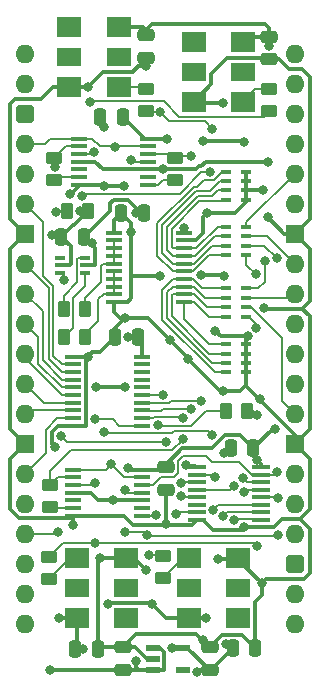
<source format=gtl>
%TF.GenerationSoftware,KiCad,Pcbnew,8.0.7*%
%TF.CreationDate,2025-01-06T14:37:13+02:00*%
%TF.ProjectId,Video Clock,56696465-6f20-4436-9c6f-636b2e6b6963,V1*%
%TF.SameCoordinates,Original*%
%TF.FileFunction,Copper,L1,Top*%
%TF.FilePolarity,Positive*%
%FSLAX46Y46*%
G04 Gerber Fmt 4.6, Leading zero omitted, Abs format (unit mm)*
G04 Created by KiCad (PCBNEW 8.0.7) date 2025-01-06 14:37:13*
%MOMM*%
%LPD*%
G01*
G04 APERTURE LIST*
G04 Aperture macros list*
%AMRoundRect*
0 Rectangle with rounded corners*
0 $1 Rounding radius*
0 $2 $3 $4 $5 $6 $7 $8 $9 X,Y pos of 4 corners*
0 Add a 4 corners polygon primitive as box body*
4,1,4,$2,$3,$4,$5,$6,$7,$8,$9,$2,$3,0*
0 Add four circle primitives for the rounded corners*
1,1,$1+$1,$2,$3*
1,1,$1+$1,$4,$5*
1,1,$1+$1,$6,$7*
1,1,$1+$1,$8,$9*
0 Add four rect primitives between the rounded corners*
20,1,$1+$1,$2,$3,$4,$5,0*
20,1,$1+$1,$4,$5,$6,$7,0*
20,1,$1+$1,$6,$7,$8,$9,0*
20,1,$1+$1,$8,$9,$2,$3,0*%
G04 Aperture macros list end*
%TA.AperFunction,SMDPad,CuDef*%
%ADD10RoundRect,0.250000X0.250000X0.475000X-0.250000X0.475000X-0.250000X-0.475000X0.250000X-0.475000X0*%
%TD*%
%TA.AperFunction,SMDPad,CuDef*%
%ADD11RoundRect,0.250000X-0.475000X0.250000X-0.475000X-0.250000X0.475000X-0.250000X0.475000X0.250000X0*%
%TD*%
%TA.AperFunction,SMDPad,CuDef*%
%ADD12RoundRect,0.250000X0.475000X-0.250000X0.475000X0.250000X-0.475000X0.250000X-0.475000X-0.250000X0*%
%TD*%
%TA.AperFunction,SMDPad,CuDef*%
%ADD13R,2.000000X1.800000*%
%TD*%
%TA.AperFunction,SMDPad,CuDef*%
%ADD14R,2.000000X1.600000*%
%TD*%
%TA.AperFunction,SMDPad,CuDef*%
%ADD15RoundRect,0.250000X-0.262500X-0.450000X0.262500X-0.450000X0.262500X0.450000X-0.262500X0.450000X0*%
%TD*%
%TA.AperFunction,SMDPad,CuDef*%
%ADD16R,1.150000X0.600000*%
%TD*%
%TA.AperFunction,SMDPad,CuDef*%
%ADD17R,0.900000X0.450000*%
%TD*%
%TA.AperFunction,SMDPad,CuDef*%
%ADD18R,1.475000X0.450000*%
%TD*%
%TA.AperFunction,SMDPad,CuDef*%
%ADD19RoundRect,0.250000X-0.250000X-0.475000X0.250000X-0.475000X0.250000X0.475000X-0.250000X0.475000X0*%
%TD*%
%TA.AperFunction,SMDPad,CuDef*%
%ADD20RoundRect,0.250000X0.450000X-0.262500X0.450000X0.262500X-0.450000X0.262500X-0.450000X-0.262500X0*%
%TD*%
%TA.AperFunction,SMDPad,CuDef*%
%ADD21RoundRect,0.250000X-0.450000X0.262500X-0.450000X-0.262500X0.450000X-0.262500X0.450000X0.262500X0*%
%TD*%
%TA.AperFunction,SMDPad,CuDef*%
%ADD22R,1.525000X0.430000*%
%TD*%
%TA.AperFunction,SMDPad,CuDef*%
%ADD23R,0.950000X0.450000*%
%TD*%
%TA.AperFunction,ComponentPad*%
%ADD24O,1.600000X1.600000*%
%TD*%
%TA.AperFunction,ComponentPad*%
%ADD25RoundRect,0.400000X-0.400000X-0.400000X0.400000X-0.400000X0.400000X0.400000X-0.400000X0.400000X0*%
%TD*%
%TA.AperFunction,ComponentPad*%
%ADD26R,1.600000X1.600000*%
%TD*%
%TA.AperFunction,SMDPad,CuDef*%
%ADD27R,0.875000X0.450000*%
%TD*%
%TA.AperFunction,ViaPad*%
%ADD28C,0.800000*%
%TD*%
%TA.AperFunction,Conductor*%
%ADD29C,0.380000*%
%TD*%
%TA.AperFunction,Conductor*%
%ADD30C,0.200000*%
%TD*%
G04 APERTURE END LIST*
D10*
%TO.P,C4,1*%
%TO.N,/3.3V*%
X9570000Y-24003000D03*
%TO.P,C4,2*%
%TO.N,GND*%
X7670000Y-24003000D03*
%TD*%
D11*
%TO.P,C7,1*%
%TO.N,/3.3V*%
X11938000Y-35007000D03*
%TO.P,C7,2*%
%TO.N,GND*%
X11938000Y-36907000D03*
%TD*%
D12*
%TO.P,C10,1*%
%TO.N,/3.3V*%
X15637200Y-52155600D03*
%TO.P,C10,2*%
%TO.N,GND*%
X15637200Y-50255600D03*
%TD*%
D13*
%TO.P,Y2,1,E/D*%
%TO.N,unconnected-(Y2-E{slash}D-Pad1)*%
X3742000Y2286000D03*
D14*
%TO.P,Y2,2,NC*%
%TO.N,unconnected-(Y2-NC-Pad2)*%
X3742000Y-254000D03*
D13*
%TO.P,Y2,3,GND*%
%TO.N,GND*%
X3742000Y-2794000D03*
%TO.P,Y2,4,OUT*%
%TO.N,Net-(Y2-OUT)*%
X7942000Y-2794000D03*
D14*
%TO.P,Y2,5,OUT2*%
%TO.N,unconnected-(Y2-OUT2-Pad5)*%
X7942000Y-254000D03*
D13*
%TO.P,Y2,6,3V*%
%TO.N,/3.3V*%
X7942000Y2286000D03*
%TD*%
D15*
%TO.P,R10,1*%
%TO.N,Net-(IC6-~{2Q})*%
X16994500Y-30216000D03*
%TO.P,R10,2*%
%TO.N,/37.125MHz*%
X18819500Y-30216000D03*
%TD*%
D16*
%TO.P,IC11,1,6VIn*%
%TO.N,5V*%
X10811200Y-50271600D03*
%TO.P,IC11,2,GND*%
%TO.N,GND*%
X10811200Y-51221600D03*
%TO.P,IC11,3,EN*%
%TO.N,5V*%
X10811200Y-52171600D03*
%TO.P,IC11,4,ADJ*%
%TO.N,unconnected-(IC11-ADJ-Pad4)*%
X13411200Y-52171600D03*
%TO.P,IC11,5,3.3VOut*%
%TO.N,/3.3V*%
X13411200Y-50271600D03*
%TD*%
D17*
%TO.P,RN2,1,R1*%
%TO.N,Net-(IC3-Y0)*%
X17057000Y-14655800D03*
%TO.P,RN2,2,R2*%
%TO.N,Net-(IC3-Y1)*%
X17057000Y-15455800D03*
%TO.P,RN2,3,R3*%
%TO.N,Net-(IC3-Y2)*%
X17057000Y-16255800D03*
%TO.P,RN2,4,R4*%
%TO.N,Net-(IC3-Y3)*%
X17057000Y-17055800D03*
%TO.P,RN2,5,R4*%
%TO.N,Pixel CLK_{3}*%
X18757000Y-17055800D03*
%TO.P,RN2,6,R3*%
%TO.N,Pixel CLK_{2}*%
X18757000Y-16255800D03*
%TO.P,RN2,7,R2*%
%TO.N,Pixel CLK_{1}*%
X18757000Y-15455800D03*
%TO.P,RN2,8,R1*%
%TO.N,Pixel CLK_{0}*%
X18757000Y-14655800D03*
%TD*%
D13*
%TO.P,Y3,1,E/D*%
%TO.N,unconnected-(Y3-E{slash}D-Pad1)*%
X8577000Y-47752000D03*
D14*
%TO.P,Y3,2,NC*%
%TO.N,unconnected-(Y3-NC-Pad2)*%
X8577000Y-45212000D03*
D13*
%TO.P,Y3,3,GND*%
%TO.N,GND*%
X8577000Y-42672000D03*
%TO.P,Y3,4,OUT*%
%TO.N,Net-(Y3-OUT)*%
X4377000Y-42672000D03*
D14*
%TO.P,Y3,5,OUT2*%
%TO.N,unconnected-(Y3-OUT2-Pad5)*%
X4377000Y-45212000D03*
D13*
%TO.P,Y3,6,3V*%
%TO.N,/3.3V*%
X4377000Y-47752000D03*
%TD*%
D18*
%TO.P,IC1,1,~{OE}*%
%TO.N,GND*%
X4047000Y-25650000D03*
%TO.P,IC1,2,D0*%
%TO.N,D7*%
X4047000Y-26300000D03*
%TO.P,IC1,3,D1*%
%TO.N,D6*%
X4047000Y-26950000D03*
%TO.P,IC1,4,D2*%
%TO.N,D5*%
X4047000Y-27600000D03*
%TO.P,IC1,5,D3*%
%TO.N,D4*%
X4047000Y-28250000D03*
%TO.P,IC1,6,D4*%
%TO.N,D3*%
X4047000Y-28900000D03*
%TO.P,IC1,7,D5*%
%TO.N,D2*%
X4047000Y-29550000D03*
%TO.P,IC1,8,D6*%
%TO.N,D1*%
X4047000Y-30200000D03*
%TO.P,IC1,9,D7*%
%TO.N,D0*%
X4047000Y-30850000D03*
%TO.P,IC1,10,GND*%
%TO.N,GND*%
X4047000Y-31500000D03*
%TO.P,IC1,11,CP*%
%TO.N,Write Clock Select*%
X9923000Y-31500000D03*
%TO.P,IC1,12,Q7*%
%TO.N,/S0*%
X9923000Y-30850000D03*
%TO.P,IC1,13,Q6*%
%TO.N,/S1*%
X9923000Y-30200000D03*
%TO.P,IC1,14,Q5*%
%TO.N,/S2*%
X9923000Y-29550000D03*
%TO.P,IC1,15,Q4*%
%TO.N,/~{OE}*%
X9923000Y-28900000D03*
%TO.P,IC1,16,Q3*%
%TO.N,unconnected-(IC1-Q3-Pad16)*%
X9923000Y-28250000D03*
%TO.P,IC1,17,Q2*%
%TO.N,unconnected-(IC1-Q2-Pad17)*%
X9923000Y-27600000D03*
%TO.P,IC1,18,Q1*%
%TO.N,unconnected-(IC1-Q1-Pad18)*%
X9923000Y-26950000D03*
%TO.P,IC1,19,Q0*%
%TO.N,unconnected-(IC1-Q0-Pad19)*%
X9923000Y-26300000D03*
%TO.P,IC1,20,3V*%
%TO.N,/3.3V*%
X9923000Y-25650000D03*
%TD*%
D19*
%TO.P,C5,1*%
%TO.N,/3.3V*%
X4273000Y-50419000D03*
%TO.P,C5,2*%
%TO.N,GND*%
X6173000Y-50419000D03*
%TD*%
D20*
%TO.P,R8,1*%
%TO.N,Net-(IC6-~{1Q})*%
X2149000Y-38377500D03*
%TO.P,R8,2*%
%TO.N,/32.5MHz*%
X2149000Y-36552500D03*
%TD*%
D21*
%TO.P,R1,1*%
%TO.N,Net-(Y1-OUT)*%
X20711000Y-3024500D03*
%TO.P,R1,2*%
%TO.N,/25.175MHz*%
X20711000Y-4849500D03*
%TD*%
D22*
%TO.P,IC4,1,I3*%
%TO.N,/32.5MHz*%
X14560000Y-34989000D03*
%TO.P,IC4,2,I2*%
%TO.N,/25.175MHz*%
X14560000Y-35623000D03*
%TO.P,IC4,3,I1*%
%TO.N,/20MHZ*%
X14560000Y-36259000D03*
%TO.P,IC4,4,I0*%
%TO.N,/12.588MHz*%
X14560000Y-36893000D03*
%TO.P,IC4,5,Y*%
%TO.N,/Pixel CLK _{IN}*%
X14560000Y-37529000D03*
%TO.P,IC4,6,NC*%
%TO.N,unconnected-(IC4-NC-Pad6)*%
X14560000Y-38163000D03*
%TO.P,IC4,7,~{OE}*%
%TO.N,/~{OE}*%
X14560000Y-38799000D03*
%TO.P,IC4,8,GND*%
%TO.N,GND*%
X14560000Y-39433000D03*
%TO.P,IC4,9,S2*%
%TO.N,/S2*%
X19984000Y-39433000D03*
%TO.P,IC4,10,S1*%
%TO.N,/S1*%
X19984000Y-38799000D03*
%TO.P,IC4,11,S0*%
%TO.N,/S0*%
X19984000Y-38163000D03*
%TO.P,IC4,12,I7*%
%TO.N,/74.25MHz*%
X19984000Y-37529000D03*
%TO.P,IC4,13,I6*%
%TO.N,/65MHZ*%
X19984000Y-36893000D03*
%TO.P,IC4,14,I5*%
%TO.N,/40MHZ*%
X19984000Y-36259000D03*
%TO.P,IC4,15,I4*%
%TO.N,/37.125MHz*%
X19984000Y-35623000D03*
%TO.P,IC4,16,3V*%
%TO.N,/3.3V*%
X19984000Y-34989000D03*
%TD*%
D23*
%TO.P,CN1,1,1*%
%TO.N,Net-(IC3-Y7)*%
X17057000Y-24581000D03*
%TO.P,CN1,2,2*%
%TO.N,Net-(IC3-Y6)*%
X17057000Y-25381000D03*
%TO.P,CN1,3,3*%
%TO.N,Net-(IC3-Y5)*%
X17057000Y-26181000D03*
%TO.P,CN1,4,4*%
%TO.N,Net-(IC3-Y4)*%
X17057000Y-26981000D03*
%TO.P,CN1,5,5*%
%TO.N,GND*%
X18757000Y-26981000D03*
%TO.P,CN1,6,6*%
X18757000Y-26181000D03*
%TO.P,CN1,7,7*%
X18757000Y-25381000D03*
%TO.P,CN1,8,8*%
X18757000Y-24581000D03*
%TD*%
D20*
%TO.P,R9,1*%
%TO.N,Net-(Y4-OUT)*%
X11674000Y-44346500D03*
%TO.P,R9,2*%
%TO.N,/74.25MHz*%
X11674000Y-42521500D03*
%TD*%
D10*
%TO.P,C11,1*%
%TO.N,/3.3V*%
X4998000Y-15494000D03*
%TO.P,C11,2*%
%TO.N,GND*%
X3098000Y-15494000D03*
%TD*%
D17*
%TO.P,RN1,1,R1*%
%TO.N,Net-(IC3-Y4)*%
X17057000Y-19862800D03*
%TO.P,RN1,2,R2*%
%TO.N,Net-(IC3-Y5)*%
X17057000Y-20662800D03*
%TO.P,RN1,3,R3*%
%TO.N,Net-(IC3-Y6)*%
X17057000Y-21462800D03*
%TO.P,RN1,4,R4*%
%TO.N,Net-(IC3-Y7)*%
X17057000Y-22262800D03*
%TO.P,RN1,5,R4*%
%TO.N,~{Pixel CLK}_{3}*%
X18757000Y-22262800D03*
%TO.P,RN1,6,R3*%
%TO.N,~{Pixel CLK}_{2}*%
X18757000Y-21462800D03*
%TO.P,RN1,7,R2*%
%TO.N,~{Pixel CLK}_{1}*%
X18757000Y-20662800D03*
%TO.P,RN1,8,R1*%
%TO.N,~{Pixel CLK}_{0}*%
X18757000Y-19862800D03*
%TD*%
D21*
%TO.P,R3,1*%
%TO.N,Net-(Y2-OUT)*%
X10297000Y-3024500D03*
%TO.P,R3,2*%
%TO.N,/40MHZ*%
X10297000Y-4849500D03*
%TD*%
D10*
%TO.P,C1,1*%
%TO.N,/3.3V*%
X10078000Y-13462000D03*
%TO.P,C1,2*%
%TO.N,GND*%
X8178000Y-13462000D03*
%TD*%
D20*
%TO.P,R4,1*%
%TO.N,Net-(IC2-~{2Q})*%
X12690000Y-10691500D03*
%TO.P,R4,2*%
%TO.N,/20MHZ*%
X12690000Y-8866500D03*
%TD*%
D13*
%TO.P,Y1,1,E/D*%
%TO.N,unconnected-(Y1-E{slash}D-Pad1)*%
X14283000Y1016000D03*
D14*
%TO.P,Y1,2,NC*%
%TO.N,unconnected-(Y1-NC-Pad2)*%
X14283000Y-1524000D03*
D13*
%TO.P,Y1,3,GND*%
%TO.N,GND*%
X14283000Y-4064000D03*
%TO.P,Y1,4,OUT*%
%TO.N,Net-(Y1-OUT)*%
X18483000Y-4064000D03*
D14*
%TO.P,Y1,5,OUT2*%
%TO.N,unconnected-(Y1-OUT2-Pad5)*%
X18483000Y-1524000D03*
D13*
%TO.P,Y1,6,3V*%
%TO.N,/3.3V*%
X18483000Y1016000D03*
%TD*%
%TO.P,Y4,1,E/D*%
%TO.N,unconnected-(Y4-E{slash}D-Pad1)*%
X18076604Y-47752000D03*
D14*
%TO.P,Y4,2,NC*%
%TO.N,unconnected-(Y4-NC-Pad2)*%
X18076604Y-45212000D03*
D13*
%TO.P,Y4,3,GND*%
%TO.N,GND*%
X18076604Y-42672000D03*
%TO.P,Y4,4,OUT*%
%TO.N,Net-(Y4-OUT)*%
X13876604Y-42672000D03*
D14*
%TO.P,Y4,5,OUT2*%
%TO.N,unconnected-(Y4-OUT2-Pad5)*%
X13876604Y-45212000D03*
D13*
%TO.P,Y4,6,3V*%
%TO.N,/3.3V*%
X13876604Y-47752000D03*
%TD*%
D20*
%TO.P,R7,1*%
%TO.N,Net-(Y3-OUT)*%
X2022000Y-44473500D03*
%TO.P,R7,2*%
%TO.N,/65MHZ*%
X2022000Y-42648500D03*
%TD*%
D11*
%TO.P,C2,1*%
%TO.N,/3.3V*%
X10287000Y1569000D03*
%TO.P,C2,2*%
%TO.N,GND*%
X10287000Y-331000D03*
%TD*%
D15*
%TO.P,R11,1*%
%TO.N,/Pixel CLK _{IN}*%
X3532500Y-13325000D03*
%TO.P,R11,2*%
%TO.N,GND*%
X5357500Y-13325000D03*
%TD*%
%TO.P,R5,1*%
%TO.N,Net-(IC5-Y)*%
X3278500Y-21580000D03*
%TO.P,R5,2*%
%TO.N,/Pixel CLK*%
X5103500Y-21580000D03*
%TD*%
D11*
%TO.P,C3,1*%
%TO.N,/3.3V*%
X20701000Y1442000D03*
%TO.P,C3,2*%
%TO.N,GND*%
X20701000Y-458000D03*
%TD*%
D15*
%TO.P,R6,1*%
%TO.N,Net-(IC5-~{Y})*%
X3278500Y-23993000D03*
%TO.P,R6,2*%
%TO.N,/~{Pixel CLK}*%
X5103500Y-23993000D03*
%TD*%
D24*
%TO.P,J4,1,Pin_1*%
%TO.N,unconnected-(J4-Pin_1-Pad1)*%
X0Y0D03*
%TO.P,J4,2,Pin_2*%
%TO.N,unconnected-(J4-Pin_2-Pad2)*%
X0Y-2540000D03*
D25*
%TO.P,J4,3,Pin_3*%
%TO.N,5V*%
X0Y-5080000D03*
D24*
%TO.P,J4,4,Pin_4*%
%TO.N,~{Reset}*%
X0Y-7620000D03*
%TO.P,J4,5,Pin_5*%
%TO.N,unconnected-(J4-Pin_5-Pad5)*%
X0Y-10160000D03*
%TO.P,J4,6,Pin_6*%
%TO.N,D7*%
X0Y-12700000D03*
D26*
%TO.P,J4,7,Pin_7*%
%TO.N,GND*%
X0Y-15240000D03*
D24*
%TO.P,J4,8,Pin_8*%
%TO.N,D6*%
X0Y-17780000D03*
%TO.P,J4,9,Pin_9*%
%TO.N,D5*%
X0Y-20320000D03*
%TO.P,J4,10,Pin_10*%
%TO.N,D4*%
X0Y-22860000D03*
%TO.P,J4,11,Pin_11*%
%TO.N,D3*%
X0Y-25400000D03*
%TO.P,J4,12,Pin_12*%
%TO.N,D2*%
X0Y-27940000D03*
%TO.P,J4,13,Pin_13*%
%TO.N,D1*%
X0Y-30480000D03*
D26*
%TO.P,J4,14,Pin_14*%
%TO.N,GND*%
X0Y-33020000D03*
D24*
%TO.P,J4,15,Pin_15*%
%TO.N,D0*%
X0Y-35560000D03*
%TO.P,J4,16,Pin_16*%
%TO.N,unconnected-(J4-Pin_16-Pad16)*%
X0Y-38100000D03*
%TO.P,J4,17,Pin_17*%
%TO.N,Write Clock Select*%
X0Y-40640000D03*
%TO.P,J4,18,Pin_18*%
%TO.N,unconnected-(J4-Pin_18-Pad18)*%
X0Y-43180000D03*
%TO.P,J4,19,Pin_19*%
%TO.N,unconnected-(J4-Pin_19-Pad19)*%
X0Y-45720000D03*
%TO.P,J4,20,Pin_20*%
%TO.N,unconnected-(J4-Pin_20-Pad20)*%
X0Y-48260000D03*
%TO.P,J4,21,Pin_21*%
%TO.N,unconnected-(J4-Pin_21-Pad21)*%
X22860000Y-48260000D03*
%TO.P,J4,22,Pin_22*%
%TO.N,unconnected-(J4-Pin_22-Pad22)*%
X22860000Y-45720000D03*
D25*
%TO.P,J4,23,Pin_23*%
%TO.N,5V*%
X22860000Y-43180000D03*
D24*
%TO.P,J4,24,Pin_24*%
%TO.N,unconnected-(J4-Pin_24-Pad24)*%
X22860000Y-40640000D03*
%TO.P,J4,25,Pin_25*%
%TO.N,~{Pixel CLK}_{3}*%
X22860000Y-38100000D03*
%TO.P,J4,26,Pin_26*%
%TO.N,Pixel CLK_{3}*%
X22860000Y-35560000D03*
D26*
%TO.P,J4,27,Pin_27*%
%TO.N,GND*%
X22860000Y-33020000D03*
D24*
%TO.P,J4,28,Pin_28*%
%TO.N,~{Pixel CLK}_{2}*%
X22860000Y-30480000D03*
%TO.P,J4,29,Pin_29*%
%TO.N,Pixel CLK_{2}*%
X22860000Y-27940000D03*
%TO.P,J4,30,Pin_30*%
%TO.N,unconnected-(J4-Pin_30-Pad30)*%
X22860000Y-25400000D03*
%TO.P,J4,31,Pin_31*%
%TO.N,unconnected-(J4-Pin_31-Pad31)*%
X22860000Y-22860000D03*
%TO.P,J4,32,Pin_32*%
%TO.N,~{Pixel CLK}_{1}*%
X22860000Y-20320000D03*
%TO.P,J4,33,Pin_33*%
%TO.N,Pixel CLK_{1}*%
X22860000Y-17780000D03*
D26*
%TO.P,J4,34,Pin_34*%
%TO.N,GND*%
X22860000Y-15240000D03*
D24*
%TO.P,J4,35,Pin_35*%
%TO.N,~{Pixel CLK}_{0}*%
X22860000Y-12700000D03*
%TO.P,J4,36,Pin_36*%
%TO.N,Pixel CLK_{0}*%
X22860000Y-10160000D03*
%TO.P,J4,37,Pin_37*%
%TO.N,unconnected-(J4-Pin_37-Pad37)*%
X22860000Y-7620000D03*
%TO.P,J4,38,Pin_38*%
%TO.N,unconnected-(J4-Pin_38-Pad38)*%
X22860000Y-5080000D03*
%TO.P,J4,39,Pin_39*%
%TO.N,unconnected-(J4-Pin_39-Pad39)*%
X22860000Y-2540000D03*
%TO.P,J4,40,Pin_40*%
%TO.N,unconnected-(J4-Pin_40-Pad40)*%
X22860000Y0D03*
%TD*%
D18*
%TO.P,IC3,1,~{OE1}*%
%TO.N,GND*%
X7577600Y-15159800D03*
%TO.P,IC3,2,A0*%
%TO.N,/Pixel CLK*%
X7577600Y-15809800D03*
%TO.P,IC3,3,A1*%
X7577600Y-16459800D03*
%TO.P,IC3,4,A2*%
X7577600Y-17109800D03*
%TO.P,IC3,5,A3*%
X7577600Y-17759800D03*
%TO.P,IC3,6,A4*%
%TO.N,/~{Pixel CLK}*%
X7577600Y-18409800D03*
%TO.P,IC3,7,A5*%
X7577600Y-19059800D03*
%TO.P,IC3,8,A6*%
X7577600Y-19709800D03*
%TO.P,IC3,9,A7*%
X7577600Y-20359800D03*
%TO.P,IC3,10,GND*%
%TO.N,GND*%
X7577600Y-21009800D03*
%TO.P,IC3,11,Y7*%
%TO.N,Net-(IC3-Y7)*%
X13453600Y-21009800D03*
%TO.P,IC3,12,Y6*%
%TO.N,Net-(IC3-Y6)*%
X13453600Y-20359800D03*
%TO.P,IC3,13,Y5*%
%TO.N,Net-(IC3-Y5)*%
X13453600Y-19709800D03*
%TO.P,IC3,14,Y4*%
%TO.N,Net-(IC3-Y4)*%
X13453600Y-19059800D03*
%TO.P,IC3,15,Y3*%
%TO.N,Net-(IC3-Y3)*%
X13453600Y-18409800D03*
%TO.P,IC3,16,Y2*%
%TO.N,Net-(IC3-Y2)*%
X13453600Y-17759800D03*
%TO.P,IC3,17,Y1*%
%TO.N,Net-(IC3-Y1)*%
X13453600Y-17109800D03*
%TO.P,IC3,18,Y0*%
%TO.N,Net-(IC3-Y0)*%
X13453600Y-16459800D03*
%TO.P,IC3,19,~{OE2}*%
%TO.N,GND*%
X13453600Y-15809800D03*
%TO.P,IC3,20,3V*%
%TO.N,/3.3V*%
X13453600Y-15159800D03*
%TD*%
D12*
%TO.P,C9,1*%
%TO.N,5V*%
X8301200Y-52155600D03*
%TO.P,C9,2*%
%TO.N,GND*%
X8301200Y-50255600D03*
%TD*%
D10*
%TO.P,C8,1*%
%TO.N,/3.3V*%
X19349000Y-33401000D03*
%TO.P,C8,2*%
%TO.N,GND*%
X17449000Y-33401000D03*
%TD*%
D19*
%TO.P,C6,1*%
%TO.N,/3.3V*%
X17608000Y-50292000D03*
%TO.P,C6,2*%
%TO.N,GND*%
X19508000Y-50292000D03*
%TD*%
D27*
%TO.P,IC5,1,n.c.*%
%TO.N,unconnected-(IC5-n.c.-Pad1)*%
X3002000Y-17257000D03*
%TO.P,IC5,2,GND*%
%TO.N,GND*%
X3002000Y-17907000D03*
%TO.P,IC5,3,X1*%
%TO.N,/Pixel CLK _{IN}*%
X3002000Y-18557000D03*
%TO.P,IC5,4,~{Y}*%
%TO.N,Net-(IC5-~{Y})*%
X5126000Y-18557000D03*
%TO.P,IC5,5,3V*%
%TO.N,/3.3V*%
X5126000Y-17907000D03*
%TO.P,IC5,6,Y*%
%TO.N,Net-(IC5-Y)*%
X5126000Y-17257000D03*
%TD*%
D18*
%TO.P,IC6,1,~{1RD}*%
%TO.N,~{Reset}*%
X4047000Y-35210200D03*
%TO.P,IC6,2,1D*%
%TO.N,/32.5MHz*%
X4047000Y-35860200D03*
%TO.P,IC6,3,1CP*%
%TO.N,/65MHZ*%
X4047000Y-36510200D03*
%TO.P,IC6,4,~{1SD}*%
%TO.N,/3.3V*%
X4047000Y-37160200D03*
%TO.P,IC6,5,1Q*%
%TO.N,unconnected-(IC6-1Q-Pad5)*%
X4047000Y-37810200D03*
%TO.P,IC6,6,~{1Q}*%
%TO.N,Net-(IC6-~{1Q})*%
X4047000Y-38460200D03*
%TO.P,IC6,7,GND*%
%TO.N,GND*%
X4047000Y-39110200D03*
%TO.P,IC6,8,~{2Q}*%
%TO.N,Net-(IC6-~{2Q})*%
X9923000Y-39110200D03*
%TO.P,IC6,9,2Q*%
%TO.N,unconnected-(IC6-2Q-Pad9)*%
X9923000Y-38460200D03*
%TO.P,IC6,10,~{2SD}*%
%TO.N,/3.3V*%
X9923000Y-37810200D03*
%TO.P,IC6,11,2CP*%
%TO.N,/74.25MHz*%
X9923000Y-37160200D03*
%TO.P,IC6,12,2D*%
%TO.N,/37.125MHz*%
X9923000Y-36510200D03*
%TO.P,IC6,13,~{2RD}*%
%TO.N,~{Reset}*%
X9923000Y-35860200D03*
%TO.P,IC6,14,3V*%
%TO.N,/3.3V*%
X9923000Y-35210200D03*
%TD*%
D20*
%TO.P,R2,1*%
%TO.N,Net-(IC2-~{1Q})*%
X2489200Y-10691500D03*
%TO.P,R2,2*%
%TO.N,/12.588MHz*%
X2489200Y-8866500D03*
%TD*%
D10*
%TO.P,C12,1*%
%TO.N,/3.3V*%
X8300000Y-5334000D03*
%TO.P,C12,2*%
%TO.N,GND*%
X6400000Y-5334000D03*
%TD*%
D18*
%TO.P,IC2,1,~{1RD}*%
%TO.N,~{Reset}*%
X4555000Y-7194000D03*
%TO.P,IC2,2,1D*%
%TO.N,/12.588MHz*%
X4555000Y-7844000D03*
%TO.P,IC2,3,1CP*%
%TO.N,/25.175MHz*%
X4555000Y-8494000D03*
%TO.P,IC2,4,~{1SD}*%
%TO.N,/3.3V*%
X4555000Y-9144000D03*
%TO.P,IC2,5,1Q*%
%TO.N,unconnected-(IC2-1Q-Pad5)*%
X4555000Y-9794000D03*
%TO.P,IC2,6,~{1Q}*%
%TO.N,Net-(IC2-~{1Q})*%
X4555000Y-10444000D03*
%TO.P,IC2,7,GND*%
%TO.N,GND*%
X4555000Y-11094000D03*
%TO.P,IC2,8,~{2Q}*%
%TO.N,Net-(IC2-~{2Q})*%
X10431000Y-11094000D03*
%TO.P,IC2,9,2Q*%
%TO.N,unconnected-(IC2-2Q-Pad9)*%
X10431000Y-10444000D03*
%TO.P,IC2,10,~{2SD}*%
%TO.N,/3.3V*%
X10431000Y-9794000D03*
%TO.P,IC2,11,2CP*%
%TO.N,/40MHZ*%
X10431000Y-9144000D03*
%TO.P,IC2,12,2D*%
%TO.N,/20MHZ*%
X10431000Y-8494000D03*
%TO.P,IC2,13,~{2RD}*%
%TO.N,~{Reset}*%
X10431000Y-7844000D03*
%TO.P,IC2,14,3V*%
%TO.N,/3.3V*%
X10431000Y-7194000D03*
%TD*%
D23*
%TO.P,CN2,1,1*%
%TO.N,Net-(IC3-Y3)*%
X17057000Y-9976000D03*
%TO.P,CN2,2,2*%
%TO.N,Net-(IC3-Y2)*%
X17057000Y-10776000D03*
%TO.P,CN2,3,3*%
%TO.N,Net-(IC3-Y1)*%
X17057000Y-11576000D03*
%TO.P,CN2,4,4*%
%TO.N,Net-(IC3-Y0)*%
X17057000Y-12376000D03*
%TO.P,CN2,5,5*%
%TO.N,GND*%
X18757000Y-12376000D03*
%TO.P,CN2,6,6*%
X18757000Y-11576000D03*
%TO.P,CN2,7,7*%
X18757000Y-10776000D03*
%TO.P,CN2,8,8*%
X18757000Y-9976000D03*
%TD*%
D28*
%TO.N,/3.3V*%
X13489564Y-14724445D03*
X11684000Y-9779000D03*
X8509004Y-28194000D03*
X14605000Y-52324000D03*
X12477998Y-50275461D03*
X20574000Y-9143996D03*
X21209000Y-31750000D03*
X4953000Y-50419000D03*
X20701000Y641500D03*
X10795001Y-46608999D03*
X12074617Y-7203617D03*
X15367000Y-47752000D03*
X17018000Y-50010000D03*
X9398000Y-13462000D03*
X2921000Y-47752000D03*
X5981000Y-28194000D03*
X7045674Y-46574340D03*
X8701306Y-35072644D03*
X5715000Y-16002000D03*
X7493004Y-37810200D03*
X8769500Y-24003000D03*
X19685000Y-34417000D03*
%TO.N,GND*%
X6730998Y-6223000D03*
X4644500Y-13335000D03*
X19939000Y-29210000D03*
X15113000Y-49657000D03*
X11910000Y-39850000D03*
X18542000Y-40095000D03*
X2534812Y-33280226D03*
X16383000Y-42799000D03*
X20193000Y-11557000D03*
X9017001Y-15112999D03*
X16129000Y-23495000D03*
X16764000Y-4191000D03*
X14921000Y-18739492D03*
X20066000Y-44831000D03*
X8509000Y-22352000D03*
X15432000Y-13522525D03*
X5334000Y-2794000D03*
X6731000Y-11157000D03*
X18865717Y-23933466D03*
X16890990Y-18796000D03*
X2286000Y-15367000D03*
X18542000Y-7493000D03*
X5334000Y-25654000D03*
X3809766Y-11839234D03*
X16826000Y-33782000D03*
X16764000Y-28575000D03*
X15113000Y-7366000D03*
X11430000Y-18796000D03*
X10287000Y-1016000D03*
X13779500Y-25844500D03*
X6350000Y-42672000D03*
X20574000Y-13843000D03*
X4064000Y-39878000D03*
X8385000Y-11157000D03*
X12319000Y-24257000D03*
X20282583Y-21540583D03*
X10287000Y-43688000D03*
%TO.N,5V*%
X2138345Y-52176341D03*
X9410885Y-51422115D03*
%TO.N,~{Reset}*%
X7620000Y-7874000D03*
X7305984Y-34737984D03*
%TO.N,Write Clock Select*%
X5964500Y-30954995D03*
X2794000Y-40513000D03*
%TO.N,/~{OE}*%
X11684000Y-28890990D03*
X12827000Y-38989000D03*
%TO.N,/S2*%
X17743698Y-39492737D03*
X14922500Y-29400500D03*
%TO.N,/S1*%
X16785084Y-39160291D03*
X14094684Y-30102354D03*
%TO.N,/S0*%
X15928108Y-38623710D03*
X13387445Y-30809332D03*
%TO.N,/12.588MHz*%
X4863730Y-12001500D03*
X2540000Y-9579500D03*
X15686000Y-10012917D03*
X17681000Y-36592592D03*
%TO.N,/25.175MHz*%
X5537388Y-4114618D03*
X5887818Y-8354000D03*
X15863042Y-32242835D03*
X16101000Y-35814000D03*
X6731003Y-32003997D03*
%TO.N,/40MHZ*%
X8983368Y-9004000D03*
X15874990Y-6350000D03*
X18467080Y-35932073D03*
X11430000Y-4953000D03*
%TO.N,/20MHZ*%
X14097000Y-8633672D03*
X13208000Y-36321992D03*
%TO.N,/32.5MHz*%
X13663042Y-34798001D03*
X13359000Y-32629000D03*
%TO.N,/Pixel CLK _{IN}*%
X3048000Y-32357000D03*
X13208000Y-37465000D03*
X11959000Y-32852339D03*
X3302000Y-19177000D03*
X2616385Y-13385615D03*
%TO.N,/74.25MHz*%
X10541000Y-42418000D03*
X10341735Y-40721000D03*
X21467348Y-40783240D03*
X8509000Y-36957000D03*
X21409260Y-37639213D03*
X8509000Y-40513000D03*
%TO.N,/65MHZ*%
X5910752Y-36377494D03*
X18549503Y-37088283D03*
X5969000Y-41402000D03*
X19685000Y-41656000D03*
%TO.N,/37.125MHz*%
X19621505Y-30543505D03*
X21349022Y-35433000D03*
%TO.N,Net-(IC6-~{2Q})*%
X11120000Y-39088000D03*
X11276098Y-31421951D03*
%TO.N,~{Pixel CLK}_{3}*%
X19607000Y-23189823D03*
%TO.N,~{Pixel CLK}_{0}*%
X20320000Y-17526000D03*
%TO.N,Pixel CLK_{3}*%
X19570000Y-18669000D03*
%TO.N,Pixel CLK_{2}*%
X21345721Y-17326382D03*
%TD*%
D29*
%TO.N,GND*%
X6400000Y-5334000D02*
X6400000Y-5892002D01*
X6400000Y-5892002D02*
X6730998Y-6223000D01*
X6668000Y-11094000D02*
X6731000Y-11157000D01*
X8385000Y-11157000D02*
X6731000Y-11157000D01*
X4555000Y-11094000D02*
X6668000Y-11094000D01*
X22352000Y-1270000D02*
X21540000Y-458000D01*
X23432915Y-1270000D02*
X22352000Y-1270000D01*
X24130000Y-1967085D02*
X23432915Y-1270000D01*
X22860000Y-15240000D02*
X24130000Y-13970000D01*
X24130000Y-13970000D02*
X24130000Y-1967085D01*
X21540000Y-458000D02*
X20701000Y-458000D01*
X-1270000Y-16510000D02*
X-1270000Y-31750000D01*
X-1270000Y-31750000D02*
X0Y-33020000D01*
X0Y-15240000D02*
X-1270000Y-16510000D01*
X-1270000Y-38512915D02*
X-1270000Y-34290000D01*
X-1270000Y-34290000D02*
X0Y-33020000D01*
X-492915Y-39290000D02*
X-1270000Y-38512915D01*
X3867200Y-39290000D02*
X-492915Y-39290000D01*
X4047000Y-39110200D02*
X3867200Y-39290000D01*
D30*
%TO.N,/37.125MHz*%
X18819500Y-30216000D02*
X19294000Y-30216000D01*
X19294000Y-30216000D02*
X19621505Y-30543505D01*
D29*
%TO.N,/3.3V*%
X19349000Y-33401000D02*
X21000000Y-31750000D01*
X21000000Y-31750000D02*
X21209000Y-31750000D01*
%TO.N,GND*%
X20447000Y-44450000D02*
X20066000Y-44831000D01*
X23628115Y-44450000D02*
X20447000Y-44450000D01*
X24130000Y-40227085D02*
X24130000Y-43948115D01*
X23272915Y-39370000D02*
X24130000Y-40227085D01*
X24130000Y-43948115D02*
X23628115Y-44450000D01*
X24130000Y-38512915D02*
X23272915Y-39370000D01*
X24130000Y-34290000D02*
X24130000Y-38512915D01*
X22860000Y-33020000D02*
X24130000Y-34290000D01*
X24130000Y-31750000D02*
X24130000Y-22225000D01*
X24130000Y-22225000D02*
X23495000Y-21590000D01*
X20282583Y-21540583D02*
X20332000Y-21590000D01*
X24130000Y-16510000D02*
X24130000Y-20955000D01*
X20332000Y-21590000D02*
X23495000Y-21590000D01*
X23495000Y-21590000D02*
X24130000Y-20955000D01*
X24130000Y-31750000D02*
X22860000Y-33020000D01*
X22860000Y-15240000D02*
X24130000Y-16510000D01*
X2413000Y-2794000D02*
X3742000Y-2794000D01*
X1397000Y-3810000D02*
X2413000Y-2794000D01*
X-831615Y-3810000D02*
X1397000Y-3810000D01*
X-1270000Y-4248385D02*
X-831615Y-3810000D01*
X-1270000Y-13970000D02*
X-1270000Y-4248385D01*
X0Y-15240000D02*
X-1270000Y-13970000D01*
%TO.N,/3.3V*%
X13297699Y-33419000D02*
X15804106Y-33419000D01*
X8693097Y-12347000D02*
X9398000Y-13051903D01*
X7158014Y-46462000D02*
X10648002Y-46462000D01*
X19349000Y-34081000D02*
X19349000Y-33401000D01*
X20574000Y-9143996D02*
X15312391Y-9143996D01*
X4998000Y-15494000D02*
X7221000Y-13271000D01*
X15804106Y-33419000D02*
X16653042Y-32570064D01*
X7221000Y-12648964D02*
X7522964Y-12347000D01*
X10431000Y-9794000D02*
X11669000Y-9794000D01*
X14933470Y-9522917D02*
X14745438Y-9522917D01*
X15744400Y-52155600D02*
X17608000Y-50292000D01*
X19984000Y-34989000D02*
X19984000Y-34716000D01*
X14489356Y-9779000D02*
X11684000Y-9779000D01*
X10160000Y-7194000D02*
X8300000Y-5334000D01*
X10795000Y2540000D02*
X10287000Y2032000D01*
X17300000Y-50292000D02*
X17018000Y-50010000D01*
X15637200Y-52155600D02*
X14773400Y-52155600D01*
X7942000Y2286000D02*
X10033000Y2286000D01*
X12481859Y-50271600D02*
X12477998Y-50275461D01*
X13411200Y-50271600D02*
X12974400Y-50271600D01*
X15367000Y-47752000D02*
X13876604Y-47752000D01*
X11734800Y-35210200D02*
X9923000Y-35210200D01*
X5715000Y-16002000D02*
X5506000Y-16002000D01*
X9923000Y-25650000D02*
X9923000Y-24356000D01*
X20701000Y1442000D02*
X20701000Y2159000D01*
X10033000Y2286000D02*
X10287000Y2032000D01*
X11669000Y-9794000D02*
X11684000Y-9779000D01*
X6619000Y-9794000D02*
X10431000Y-9794000D01*
X16653042Y-32570064D02*
X16653042Y-32566861D01*
X13453600Y-15159800D02*
X13453600Y-14760409D01*
X7522964Y-12347000D02*
X8693097Y-12347000D01*
X16653042Y-32566861D02*
X16933903Y-32286000D01*
X20701000Y1442000D02*
X20701000Y641500D01*
X9923000Y-24356000D02*
X9570000Y-24003000D01*
X13453600Y-14760409D02*
X13489564Y-14724445D01*
X13876604Y-47752000D02*
X11938002Y-47752000D01*
X4273000Y-50419000D02*
X4953000Y-50419000D01*
X7221000Y-13271000D02*
X7221000Y-12648964D01*
X10648002Y-46462000D02*
X10795001Y-46608999D01*
X19984000Y-34716000D02*
X19685000Y-34417000D01*
X10078000Y-13462000D02*
X9398000Y-13462000D01*
X5715000Y-16211000D02*
X5715000Y-16002000D01*
X5576229Y-37160200D02*
X6226229Y-37810200D01*
X8769500Y-24003000D02*
X9570000Y-24003000D01*
X9923000Y-37810200D02*
X7493004Y-37810200D01*
X10431000Y-7194000D02*
X12065000Y-7194000D01*
X8838862Y-35210200D02*
X8701306Y-35072644D01*
X18234000Y-32286000D02*
X19349000Y-33401000D01*
X5953500Y-16449500D02*
X5715000Y-16211000D01*
X13753200Y-50271600D02*
X12974400Y-50271600D01*
X6226229Y-37810200D02*
X7493004Y-37810200D01*
X19685000Y-34417000D02*
X19349000Y-34081000D01*
X9923000Y-35210200D02*
X8838862Y-35210200D01*
X4555000Y-9144000D02*
X5969000Y-9144000D01*
X14773400Y-52155600D02*
X14605000Y-52324000D01*
X4047000Y-37160200D02*
X5576229Y-37160200D01*
X16933903Y-32286000D02*
X18234000Y-32286000D01*
X2921000Y-47752000D02*
X4377000Y-47752000D01*
X5943500Y-17907000D02*
X5953500Y-17897000D01*
X15312391Y-9143996D02*
X14933470Y-9522917D01*
X11938000Y-34778699D02*
X13297699Y-33419000D01*
X15637200Y-52155600D02*
X13753200Y-50271600D01*
X20320000Y2540000D02*
X10795000Y2540000D01*
X11938002Y-47752000D02*
X10795001Y-46608999D01*
X5126000Y-17907000D02*
X5943500Y-17907000D01*
X20701000Y1442000D02*
X18909000Y1442000D01*
X8509004Y-28194000D02*
X5981000Y-28194000D01*
X12974400Y-50271600D02*
X12481859Y-50271600D01*
X4377000Y-47752000D02*
X4377000Y-50315000D01*
X10287000Y2032000D02*
X10287000Y1569000D01*
X5953500Y-17897000D02*
X5953500Y-16449500D01*
X9398000Y-13051903D02*
X9398000Y-13462000D01*
X20701000Y2159000D02*
X20320000Y2540000D01*
X7045674Y-46574340D02*
X7158014Y-46462000D01*
X14745438Y-9522917D02*
X14489356Y-9779000D01*
X5506000Y-16002000D02*
X4998000Y-15494000D01*
X12065000Y-7194000D02*
X12074617Y-7203617D01*
X5969000Y-9144000D02*
X6619000Y-9794000D01*
%TO.N,GND*%
X2258000Y-33003414D02*
X2534812Y-33280226D01*
X16764000Y-28575000D02*
X18237348Y-28575000D01*
X3098000Y-15494000D02*
X3898500Y-16294500D01*
X9435800Y-49121000D02*
X14502600Y-49121000D01*
X4107250Y-14484750D02*
X3098000Y-15494000D01*
X5715000Y-25273000D02*
X6400000Y-25273000D01*
X7577600Y-21009800D02*
X8695100Y-21009800D01*
X7577600Y-15159800D02*
X7577600Y-14062400D01*
X16510000Y-28575000D02*
X13779500Y-25844500D01*
X3898500Y-16294500D02*
X3898500Y-17828000D01*
X21804500Y-39370000D02*
X21079500Y-40095000D01*
X14470719Y-15809800D02*
X15113000Y-15167519D01*
X6400000Y-25273000D02*
X7670000Y-24003000D01*
X11910000Y-39850000D02*
X11910000Y-36935000D01*
X21079500Y-40095000D02*
X18542000Y-40095000D01*
X18757000Y-12557500D02*
X18757000Y-12376000D01*
X2258000Y-32029771D02*
X2258000Y-33003414D01*
X18757000Y-10776000D02*
X18757000Y-11576000D01*
X5334000Y-25654000D02*
X5174500Y-25813500D01*
X5174500Y-25813500D02*
X5174500Y-31490000D01*
X16715800Y-49177000D02*
X15637200Y-50255600D01*
X3002000Y-17907000D02*
X3819500Y-17907000D01*
X15107500Y-39433000D02*
X15963500Y-40289000D01*
X7670000Y-24003000D02*
X7670000Y-23191000D01*
X18393000Y-49177000D02*
X16715800Y-49177000D01*
X7577600Y-21886400D02*
X7577600Y-21009800D01*
X11938000Y-39878000D02*
X14115000Y-39878000D01*
X3742000Y-2794000D02*
X5334000Y-2794000D01*
X10811200Y-51221600D02*
X10327600Y-51221600D01*
X18757000Y-26981000D02*
X18757000Y-26181000D01*
X6173000Y-50419000D02*
X6173000Y-42849000D01*
X8577000Y-42672000D02*
X6350000Y-42672000D01*
X21971000Y-15240000D02*
X20574000Y-13843000D01*
X11910000Y-39850000D02*
X11938000Y-39878000D01*
X22860000Y-33020000D02*
X22860000Y-32270058D01*
X9271000Y-42672000D02*
X10287000Y-43688000D01*
X8376200Y-39110200D02*
X4047000Y-39110200D01*
X9602000Y-1016000D02*
X9114000Y-1504000D01*
X20193000Y-11557000D02*
X18776000Y-11557000D01*
X15113000Y-13841525D02*
X15432000Y-13522525D01*
X11910000Y-39850000D02*
X11882000Y-39878000D01*
X4047000Y-31500000D02*
X2787771Y-31500000D01*
X19508000Y-50292000D02*
X19508000Y-46405000D01*
X13453600Y-15809800D02*
X14470719Y-15809800D01*
X16383000Y-42799000D02*
X17949604Y-42799000D01*
X16129000Y-23495000D02*
X16567466Y-23933466D01*
X19939000Y-29210000D02*
X19799942Y-29210000D01*
X18757000Y-25381000D02*
X18757000Y-24581000D01*
X11882000Y-39878000D02*
X9144000Y-39878000D01*
X18757000Y-24042183D02*
X18865717Y-23933466D01*
X3819500Y-17907000D02*
X3898500Y-17828000D01*
X10327600Y-51221600D02*
X9361600Y-50255600D01*
X19799942Y-29210000D02*
X18757000Y-28167058D01*
X15113000Y-15167519D02*
X15113000Y-13841525D01*
X4654500Y-13325000D02*
X4644500Y-13335000D01*
X4064000Y-39878000D02*
X4064000Y-39127200D01*
X9017001Y-18796000D02*
X9017001Y-15112999D01*
X15113000Y-49657000D02*
X15113000Y-49731400D01*
X18757000Y-28167058D02*
X18757000Y-28055348D01*
X22860000Y-32270058D02*
X19939000Y-29349058D01*
X9144000Y-39878000D02*
X8376200Y-39110200D01*
X8043200Y-22352000D02*
X7577600Y-21886400D01*
X16764000Y-4191000D02*
X14410000Y-4191000D01*
X12319000Y-24257000D02*
X13779500Y-25717500D01*
X15963500Y-40289000D02*
X18348000Y-40289000D01*
X20066000Y-45847000D02*
X20066000Y-44831000D01*
X15038600Y-49657000D02*
X15113000Y-49657000D01*
X16764000Y-28575000D02*
X16510000Y-28575000D01*
X17093000Y-334000D02*
X15748000Y-1679000D01*
X7577600Y-14062400D02*
X8128000Y-13512000D01*
X15113000Y-7366000D02*
X18415000Y-7366000D01*
X5334000Y-25654000D02*
X5715000Y-25273000D01*
X20577000Y-334000D02*
X17093000Y-334000D01*
X10414000Y-22352000D02*
X12319000Y-24257000D01*
X2413000Y-15494000D02*
X2286000Y-15367000D01*
X17207000Y-33401000D02*
X16826000Y-33782000D01*
X3908766Y-11839234D02*
X3809766Y-11839234D01*
X11430000Y-18796000D02*
X9017001Y-18796000D01*
X14115000Y-39878000D02*
X14560000Y-39433000D01*
X16567466Y-23933466D02*
X18865717Y-23933466D01*
X9017001Y-14301001D02*
X8178000Y-13462000D01*
X8301200Y-50255600D02*
X6336400Y-50255600D01*
X16834482Y-18739492D02*
X16890990Y-18796000D01*
X9114000Y-1504000D02*
X6624000Y-1504000D01*
X14921000Y-18739492D02*
X16834482Y-18739492D01*
X18348000Y-40289000D02*
X18542000Y-40095000D01*
X3098000Y-15494000D02*
X2413000Y-15494000D01*
X8509000Y-22352000D02*
X10414000Y-22352000D01*
X13779500Y-25717500D02*
X13779500Y-25844500D01*
X4197750Y-14484750D02*
X5357500Y-13325000D01*
X5330000Y-25650000D02*
X5334000Y-25654000D01*
X18757000Y-9976000D02*
X18757000Y-10776000D01*
X5164500Y-31500000D02*
X4047000Y-31500000D01*
X9361600Y-50255600D02*
X8301200Y-50255600D01*
X9017001Y-20687899D02*
X9017001Y-18796000D01*
X15748000Y-2599000D02*
X14283000Y-4064000D01*
X5174500Y-31490000D02*
X5164500Y-31500000D01*
X8509000Y-22352000D02*
X8043200Y-22352000D01*
X10287000Y-1016000D02*
X9602000Y-1016000D01*
X4555000Y-11193000D02*
X3908766Y-11839234D01*
X18757000Y-11576000D02*
X18757000Y-12376000D01*
X10287000Y-331000D02*
X10287000Y-1016000D01*
X14502600Y-49121000D02*
X15038600Y-49657000D01*
X23114000Y-39370000D02*
X23272915Y-39370000D01*
X15748000Y-1679000D02*
X15748000Y-2599000D01*
X2787771Y-31500000D02*
X2258000Y-32029771D01*
X18076604Y-42841604D02*
X20066000Y-44831000D01*
X8695100Y-21009800D02*
X9017001Y-20687899D01*
X18415000Y-7366000D02*
X18542000Y-7493000D01*
X6173000Y-42849000D02*
X6350000Y-42672000D01*
X18237348Y-28575000D02*
X18757000Y-28055348D01*
X4197750Y-14484750D02*
X4107250Y-14484750D01*
X18757000Y-26181000D02*
X18757000Y-25381000D01*
X15113000Y-49731400D02*
X15637200Y-50255600D01*
X7670000Y-23191000D02*
X8509000Y-22352000D01*
X6624000Y-1504000D02*
X5334000Y-2794000D01*
X8301200Y-50255600D02*
X9435800Y-49121000D01*
X19508000Y-46405000D02*
X20066000Y-45847000D01*
X15432000Y-13522525D02*
X17791975Y-13522525D01*
X17791975Y-13522525D02*
X18757000Y-12557500D01*
X19939000Y-29349058D02*
X19939000Y-29210000D01*
X4047000Y-25650000D02*
X5330000Y-25650000D01*
X9017001Y-15112999D02*
X9017001Y-14301001D01*
X18757000Y-28055348D02*
X18757000Y-26981000D01*
X22860000Y-15240000D02*
X21971000Y-15240000D01*
X4555000Y-11094000D02*
X4555000Y-11193000D01*
X18757000Y-24581000D02*
X18757000Y-24042183D01*
X5357500Y-13325000D02*
X4654500Y-13325000D01*
X19508000Y-50292000D02*
X18393000Y-49177000D01*
X23114000Y-39370000D02*
X21804500Y-39370000D01*
%TO.N,5V*%
X8301200Y-52155600D02*
X9652000Y-52155600D01*
X11409600Y-50271600D02*
X11776200Y-50638200D01*
X9652000Y-52155600D02*
X10795200Y-52155600D01*
X11766200Y-52171600D02*
X10811200Y-52171600D01*
X10811200Y-50271600D02*
X11409600Y-50271600D01*
X11776200Y-52161600D02*
X11766200Y-52171600D01*
X9652000Y-52155600D02*
X9410885Y-51914485D01*
X8280459Y-52176341D02*
X2138345Y-52176341D01*
X9410885Y-51914485D02*
X9410885Y-51422115D01*
X11776200Y-50638200D02*
X11776200Y-52161600D01*
D30*
%TO.N,D0*%
X1768000Y-31826806D02*
X2744806Y-30850000D01*
X1768000Y-33792000D02*
X1768000Y-31826806D01*
X0Y-35560000D02*
X1768000Y-33792000D01*
X2744806Y-30850000D02*
X4047000Y-30850000D01*
%TO.N,D1*%
X4047000Y-30200000D02*
X280000Y-30200000D01*
%TO.N,D2*%
X1610000Y-29550000D02*
X4047000Y-29550000D01*
X0Y-27940000D02*
X1610000Y-29550000D01*
%TO.N,D3*%
X3109500Y-28900000D02*
X0Y-25790500D01*
X4047000Y-28900000D02*
X3109500Y-28900000D01*
%TO.N,D4*%
X3109500Y-28250000D02*
X1100000Y-26240500D01*
X4047000Y-28250000D02*
X3109500Y-28250000D01*
X1100000Y-26240500D02*
X1100000Y-23960000D01*
X1100000Y-23960000D02*
X0Y-22860000D01*
%TO.N,D5*%
X3134500Y-27600000D02*
X1500000Y-25965500D01*
X4047000Y-27600000D02*
X3134500Y-27600000D01*
X1500000Y-25965500D02*
X1500000Y-21820000D01*
X1500000Y-21820000D02*
X0Y-20320000D01*
%TO.N,D6*%
X0Y-17837686D02*
X2013000Y-19850686D01*
X2013000Y-25853500D02*
X3109500Y-26950000D01*
X2013000Y-19850686D02*
X2013000Y-25853500D01*
X3109500Y-26950000D02*
X4047000Y-26950000D01*
%TO.N,D7*%
X1524000Y-14224000D02*
X1524000Y-18796000D01*
X1524000Y-18796000D02*
X2413000Y-19685000D01*
X3134500Y-26300000D02*
X4047000Y-26300000D01*
X2413000Y-19685000D02*
X2413000Y-25578500D01*
X2413000Y-25578500D02*
X3134500Y-26300000D01*
X0Y-12700000D02*
X1524000Y-14224000D01*
%TO.N,~{Reset}*%
X5717768Y-7194000D02*
X6367768Y-7844000D01*
X7650000Y-7844000D02*
X10431000Y-7844000D01*
X6367768Y-7844000D02*
X7590000Y-7844000D01*
X1733000Y-7620000D02*
X2159000Y-7194000D01*
X7590000Y-7844000D02*
X7620000Y-7874000D01*
X2159000Y-7194000D02*
X4555000Y-7194000D01*
X4555000Y-7194000D02*
X5717768Y-7194000D01*
X6833768Y-35210200D02*
X7305984Y-34737984D01*
X8428200Y-35860200D02*
X7305984Y-34737984D01*
X9923000Y-35860200D02*
X8428200Y-35860200D01*
X7620000Y-7874000D02*
X7650000Y-7844000D01*
X4047000Y-35210200D02*
X6833768Y-35210200D01*
X0Y-7620000D02*
X1733000Y-7620000D01*
%TO.N,Net-(IC3-Y7)*%
X13453600Y-21009800D02*
X13453600Y-22470600D01*
X14342300Y-21009800D02*
X15595300Y-22262800D01*
X13453600Y-22470600D02*
X15564000Y-24581000D01*
X13453600Y-21009800D02*
X14342300Y-21009800D01*
X15564000Y-24581000D02*
X17057000Y-24581000D01*
X15595300Y-22262800D02*
X17057000Y-22262800D01*
%TO.N,Net-(IC3-Y6)*%
X12516100Y-20359800D02*
X12416100Y-20459800D01*
X15590372Y-25381000D02*
X17057000Y-25381000D01*
X12416100Y-20459800D02*
X12416100Y-22206728D01*
X17057000Y-21462800D02*
X15459143Y-21462800D01*
X15459143Y-21462800D02*
X14356143Y-20359800D01*
X12416100Y-22206728D02*
X15590372Y-25381000D01*
X14356143Y-20359800D02*
X13453600Y-20359800D01*
X13453600Y-20359800D02*
X12516100Y-20359800D01*
%TO.N,Net-(IC3-Y5)*%
X15232164Y-20662800D02*
X17057000Y-20662800D01*
X12016100Y-22372414D02*
X15824686Y-26181000D01*
X12016100Y-20209800D02*
X12016100Y-22372414D01*
X13453600Y-19709800D02*
X12516100Y-19709800D01*
X12516100Y-19709800D02*
X12016100Y-20209800D01*
X14279164Y-19709800D02*
X15232164Y-20662800D01*
X15824686Y-26181000D02*
X17057000Y-26181000D01*
X13453600Y-19709800D02*
X14279164Y-19709800D01*
%TO.N,Net-(IC3-Y4)*%
X14997850Y-19862800D02*
X17057000Y-19862800D01*
X13453600Y-19059800D02*
X12516100Y-19059800D01*
X16059000Y-26981000D02*
X17057000Y-26981000D01*
X14194850Y-19059800D02*
X14997850Y-19862800D01*
X13453600Y-19059800D02*
X14194850Y-19059800D01*
X12516100Y-19059800D02*
X11616100Y-19959800D01*
X11616100Y-22538100D02*
X16059000Y-26981000D01*
X11616100Y-19959800D02*
X11616100Y-22538100D01*
%TO.N,Net-(IC3-Y3)*%
X17057000Y-17055800D02*
X15614742Y-17055800D01*
X15614742Y-17055800D02*
X14260742Y-18409800D01*
X15137398Y-10712917D02*
X15975950Y-10712917D01*
X14260742Y-18409800D02*
X13453600Y-18409800D01*
X12516100Y-18409800D02*
X11216100Y-17109800D01*
X11216100Y-14310907D02*
X14286004Y-11241003D01*
X14609312Y-11241003D02*
X15137398Y-10712917D01*
X11216100Y-17109800D02*
X11216100Y-14310907D01*
X13453600Y-18409800D02*
X12516100Y-18409800D01*
X15975950Y-10712917D02*
X16712867Y-9976000D01*
X14286004Y-11241003D02*
X14609312Y-11241003D01*
%TO.N,Net-(IC3-Y2)*%
X14451689Y-11641003D02*
X15695633Y-11641003D01*
X12516100Y-17759800D02*
X11616104Y-16859804D01*
X16560636Y-10776000D02*
X17057000Y-10776000D01*
X13453600Y-17759800D02*
X12516100Y-17759800D01*
X11616104Y-14476586D02*
X14451689Y-11641003D01*
X15849056Y-16255800D02*
X14345056Y-17759800D01*
X15695633Y-11641003D02*
X16560636Y-10776000D01*
X14345056Y-17759800D02*
X13453600Y-17759800D01*
X11616104Y-16859804D02*
X11616104Y-14476586D01*
X17057000Y-16255800D02*
X15849056Y-16255800D01*
%TO.N,Net-(IC3-Y1)*%
X14617374Y-12041003D02*
X15861319Y-12041003D01*
X16083370Y-15455800D02*
X14429371Y-17109800D01*
X12016104Y-14642272D02*
X14617374Y-12041003D01*
X16326321Y-11576000D02*
X17057000Y-11576000D01*
X12516100Y-17109800D02*
X12016104Y-16609804D01*
X17057000Y-15455800D02*
X16083370Y-15455800D01*
X15861319Y-12041003D02*
X16326321Y-11576000D01*
X13453600Y-17109800D02*
X12516100Y-17109800D01*
X14429371Y-17109800D02*
X13453600Y-17109800D01*
X12016104Y-16609804D02*
X12016104Y-14642272D01*
%TO.N,Net-(IC3-Y0)*%
X12416104Y-14807958D02*
X14783059Y-12441003D01*
X17057000Y-14655800D02*
X16317684Y-14655800D01*
X14513685Y-16459800D02*
X13453600Y-16459800D01*
X14783059Y-12441003D02*
X16991997Y-12441003D01*
X12516100Y-16459800D02*
X12416104Y-16359804D01*
X13453600Y-16459800D02*
X12516100Y-16459800D01*
X12416104Y-16359804D02*
X12416104Y-14807958D01*
X16317684Y-14655800D02*
X14513685Y-16459800D01*
%TO.N,Write Clock Select*%
X0Y-40640000D02*
X2667000Y-40640000D01*
X8005000Y-31500000D02*
X7459995Y-30954995D01*
X7459995Y-30954995D02*
X5964500Y-30954995D01*
X9923000Y-31500000D02*
X8005000Y-31500000D01*
X2667000Y-40640000D02*
X2794000Y-40513000D01*
%TO.N,/~{OE}*%
X9923000Y-28900000D02*
X11674990Y-28900000D01*
X11674990Y-28900000D02*
X11684000Y-28890990D01*
X13017000Y-38799000D02*
X12827000Y-38989000D01*
X14560000Y-38799000D02*
X13017000Y-38799000D01*
%TO.N,/S2*%
X19921000Y-39370000D02*
X17866435Y-39370000D01*
X12382500Y-29400500D02*
X14922500Y-29400500D01*
X12192000Y-29591000D02*
X12382500Y-29400500D01*
X9964000Y-29591000D02*
X12192000Y-29591000D01*
X17866435Y-39370000D02*
X17743698Y-39492737D01*
%TO.N,/S1*%
X11557000Y-30226000D02*
X11680646Y-30102354D01*
X19977737Y-38792737D02*
X17152638Y-38792737D01*
X11680646Y-30102354D02*
X14094684Y-30102354D01*
X17152638Y-38792737D02*
X16785084Y-39160291D01*
X9949000Y-30226000D02*
X11557000Y-30226000D01*
%TO.N,/S0*%
X10988549Y-30721951D02*
X13300064Y-30721951D01*
X16388818Y-38163000D02*
X15928108Y-38623710D01*
X13300064Y-30721951D02*
X13387445Y-30809332D01*
X10860500Y-30850000D02*
X10988549Y-30721951D01*
X9923000Y-30850000D02*
X10860500Y-30850000D01*
X19984000Y-38163000D02*
X16388818Y-38163000D01*
%TO.N,/12.588MHz*%
X14948403Y-10012917D02*
X15686000Y-10012917D01*
X14560000Y-36893000D02*
X17380592Y-36893000D01*
X4863730Y-12001500D02*
X5008230Y-11857000D01*
X17380592Y-36893000D02*
X17681000Y-36592592D01*
X2489200Y-8866500D02*
X2489200Y-9528700D01*
X4555000Y-7844000D02*
X3511700Y-7844000D01*
X5008230Y-11857000D02*
X13104320Y-11857000D01*
X13104320Y-11857000D02*
X14948403Y-10012917D01*
X2489200Y-9528700D02*
X2540000Y-9579500D01*
X3511700Y-7844000D02*
X2489200Y-8866500D01*
%TO.N,/25.175MHz*%
X5747818Y-8494000D02*
X5887818Y-8354000D01*
X14560000Y-35623000D02*
X15910000Y-35623000D01*
X20711000Y-4849500D02*
X20245500Y-5315000D01*
X6858006Y-32131000D02*
X6731003Y-32003997D01*
X20245500Y-5315000D02*
X13088000Y-5315000D01*
X15910000Y-35623000D02*
X16101000Y-35814000D01*
X12446000Y-32131000D02*
X6858006Y-32131000D01*
X11810000Y-4037000D02*
X5615006Y-4037000D01*
X13088000Y-5315000D02*
X11810000Y-4037000D01*
X15863042Y-32242835D02*
X15531207Y-31911000D01*
X15531207Y-31911000D02*
X12666000Y-31911000D01*
X5615006Y-4037000D02*
X5537388Y-4114618D01*
X4555000Y-8494000D02*
X5747818Y-8494000D01*
X12666000Y-31911000D02*
X12446000Y-32131000D01*
%TO.N,Net-(IC2-~{1Q})*%
X4555000Y-10444000D02*
X2736700Y-10444000D01*
%TO.N,Net-(IC2-~{2Q})*%
X12690000Y-10691500D02*
X11660500Y-10691500D01*
X11660500Y-10691500D02*
X11258000Y-11094000D01*
X11258000Y-11094000D02*
X10431000Y-11094000D01*
%TO.N,/40MHZ*%
X10431000Y-9144000D02*
X9123368Y-9144000D01*
X9123368Y-9144000D02*
X8983368Y-9004000D01*
X11430000Y-4953000D02*
X12192000Y-5715000D01*
X19984000Y-36259000D02*
X18794007Y-36259000D01*
X11430000Y-4953000D02*
X10400500Y-4953000D01*
X15239990Y-5715000D02*
X15874990Y-6350000D01*
X12192000Y-5715000D02*
X15239990Y-5715000D01*
X18794007Y-36259000D02*
X18467080Y-35932073D01*
%TO.N,/20MHZ*%
X12922828Y-8633672D02*
X14097000Y-8633672D01*
X14560000Y-36259000D02*
X13270992Y-36259000D01*
X13270992Y-36259000D02*
X13208000Y-36321992D01*
X10431000Y-8494000D02*
X12317500Y-8494000D01*
%TO.N,/Pixel CLK*%
X6443500Y-19337500D02*
X6443500Y-17956400D01*
X5103500Y-20677500D02*
X6443500Y-19337500D01*
X7577600Y-16459800D02*
X7577600Y-17109800D01*
X7577600Y-15809800D02*
X7577600Y-16459800D01*
X7577600Y-17109800D02*
X7577600Y-17759800D01*
X6443500Y-17956400D02*
X6640100Y-17759800D01*
X5103500Y-21580000D02*
X5103500Y-20677500D01*
X6640100Y-17759800D02*
X7577600Y-17759800D01*
%TO.N,/~{Pixel CLK}*%
X6665100Y-20359800D02*
X7577600Y-20359800D01*
X7577600Y-18409800D02*
X7577600Y-19059800D01*
X6223000Y-22606000D02*
X6223000Y-20801900D01*
X7577600Y-19709800D02*
X7577600Y-20359800D01*
X6223000Y-20801900D02*
X6665100Y-20359800D01*
X5103500Y-23725500D02*
X6223000Y-22606000D01*
X7577600Y-19059800D02*
X7577600Y-19709800D01*
%TO.N,/32.5MHz*%
X14369001Y-34798001D02*
X13663042Y-34798001D01*
X2149000Y-36552500D02*
X2841300Y-35860200D01*
X2149000Y-36552500D02*
X2149000Y-35316000D01*
X14560000Y-34989000D02*
X14369001Y-34798001D01*
X12471396Y-33552339D02*
X13359000Y-32664735D01*
X2149000Y-35316000D02*
X3912661Y-33552339D01*
X3912661Y-33552339D02*
X12471396Y-33552339D01*
X13359000Y-32664735D02*
X13359000Y-32629000D01*
X2841300Y-35860200D02*
X4047000Y-35860200D01*
%TO.N,/Pixel CLK _{IN}*%
X13272000Y-37529000D02*
X13208000Y-37465000D01*
X14560000Y-37529000D02*
X13272000Y-37529000D01*
X3302000Y-18857000D02*
X3302000Y-19177000D01*
X3543339Y-32852339D02*
X3048000Y-32357000D01*
X11959000Y-32852339D02*
X3543339Y-32852339D01*
X3532500Y-13325000D02*
X2677000Y-13325000D01*
X2677000Y-13325000D02*
X2616385Y-13385615D01*
X3002000Y-18557000D02*
X3302000Y-18857000D01*
%TO.N,/74.25MHz*%
X19984000Y-37529000D02*
X21299047Y-37529000D01*
X21452586Y-40798002D02*
X10418737Y-40798002D01*
X11570500Y-42418000D02*
X10541000Y-42418000D01*
X21467348Y-40783240D02*
X21452586Y-40798002D01*
X8509000Y-40513000D02*
X10133735Y-40513000D01*
X21299047Y-37529000D02*
X21409260Y-37639213D01*
X10418737Y-40798002D02*
X10341735Y-40721000D01*
X10133735Y-40513000D02*
X10341735Y-40721000D01*
X8712200Y-37160200D02*
X9923000Y-37160200D01*
X8509000Y-36957000D02*
X8712200Y-37160200D01*
%TO.N,/65MHZ*%
X2022000Y-42648500D02*
X3268500Y-41402000D01*
X5969000Y-41402000D02*
X5989229Y-41422229D01*
X5778046Y-36510200D02*
X5910752Y-36377494D01*
X19984000Y-36893000D02*
X18744786Y-36893000D01*
X18744786Y-36893000D02*
X18549503Y-37088283D01*
X5989229Y-41422229D02*
X19451229Y-41422229D01*
X3268500Y-41402000D02*
X5969000Y-41402000D01*
X4047000Y-36510200D02*
X5778046Y-36510200D01*
X19451229Y-41422229D02*
X19685000Y-41656000D01*
%TO.N,/37.125MHz*%
X10831983Y-36510200D02*
X11535183Y-35807000D01*
X13373663Y-34036000D02*
X15367000Y-34036000D01*
X12640817Y-35807000D02*
X12963000Y-35484817D01*
X19984000Y-35623000D02*
X21159022Y-35623000D01*
X12963000Y-34446663D02*
X13373663Y-34036000D01*
X19213950Y-35623000D02*
X19984000Y-35623000D01*
X18142948Y-34551998D02*
X19213950Y-35623000D01*
X11535183Y-35807000D02*
X12640817Y-35807000D01*
X15367000Y-34036000D02*
X15882998Y-34551998D01*
X9923000Y-36510200D02*
X10831983Y-36510200D01*
X15882998Y-34551998D02*
X18142948Y-34551998D01*
X21159022Y-35623000D02*
X21349022Y-35433000D01*
X12963000Y-35484817D02*
X12963000Y-34446663D01*
%TO.N,Net-(IC5-~{Y})*%
X5126000Y-18557000D02*
X5126000Y-19639000D01*
X4091000Y-20674000D02*
X4091000Y-23180500D01*
X5126000Y-19639000D02*
X4091000Y-20674000D01*
X4091000Y-23180500D02*
X3278500Y-23993000D01*
%TO.N,Net-(IC5-Y)*%
X4488500Y-17257000D02*
X4388500Y-17357000D01*
X4388500Y-19360500D02*
X3278500Y-20470500D01*
X5126000Y-17257000D02*
X4488500Y-17257000D01*
X3278500Y-20470500D02*
X3278500Y-21580000D01*
X4388500Y-17357000D02*
X4388500Y-19360500D01*
%TO.N,Net-(IC6-~{1Q})*%
X2231700Y-38460200D02*
X4047000Y-38460200D01*
%TO.N,Net-(IC6-~{2Q})*%
X11365147Y-31511000D02*
X11276098Y-31421951D01*
X14082000Y-31511000D02*
X11365147Y-31511000D01*
X15377000Y-30216000D02*
X14082000Y-31511000D01*
X9923000Y-39110200D02*
X11097800Y-39110200D01*
X16994500Y-30216000D02*
X15377000Y-30216000D01*
X11097800Y-39110200D02*
X11120000Y-39088000D01*
%TO.N,Net-(Y1-OUT)*%
X20711000Y-3024500D02*
X19522500Y-3024500D01*
X19522500Y-3024500D02*
X18483000Y-4064000D01*
%TO.N,Net-(Y2-OUT)*%
X7942000Y-2794000D02*
X10066500Y-2794000D01*
%TO.N,Net-(Y3-OUT)*%
X3823500Y-42672000D02*
X2022000Y-44473500D01*
%TO.N,Net-(Y4-OUT)*%
X13348500Y-42672000D02*
X11674000Y-44346500D01*
%TO.N,~{Pixel CLK}_{3}*%
X19607000Y-22887800D02*
X19607000Y-23189823D01*
X18982000Y-22262800D02*
X19607000Y-22887800D01*
%TO.N,~{Pixel CLK}_{2}*%
X21760000Y-29380000D02*
X22860000Y-30480000D01*
X21760000Y-24078661D02*
X21760000Y-29380000D01*
X18757000Y-21462800D02*
X19144139Y-21462800D01*
X19144139Y-21462800D02*
X21760000Y-24078661D01*
%TO.N,~{Pixel CLK}_{1}*%
X18757000Y-20662800D02*
X22517200Y-20662800D01*
%TO.N,~{Pixel CLK}_{0}*%
X19763150Y-19862800D02*
X20320000Y-19305950D01*
X18757000Y-19862800D02*
X19763150Y-19862800D01*
X20320000Y-19305950D02*
X20320000Y-17526000D01*
%TO.N,Pixel CLK_{3}*%
X18757000Y-17055800D02*
X18757000Y-17856000D01*
X18757000Y-17856000D02*
X19570000Y-18669000D01*
%TO.N,Pixel CLK_{2}*%
X18757000Y-16255800D02*
X20275139Y-16255800D01*
X20275139Y-16255800D02*
X21345721Y-17326382D01*
%TO.N,Pixel CLK_{1}*%
X18757000Y-15455800D02*
X20535800Y-15455800D01*
X20535800Y-15455800D02*
X22860000Y-17780000D01*
%TO.N,Pixel CLK_{0}*%
X22860000Y-10160000D02*
X18757000Y-14263000D01*
X18757000Y-14263000D02*
X18757000Y-14655800D01*
%TD*%
M02*

</source>
